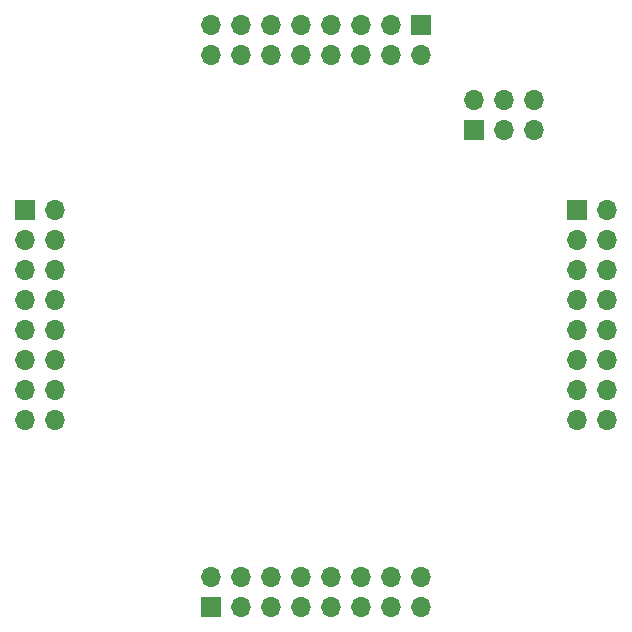
<source format=gbr>
%TF.GenerationSoftware,KiCad,Pcbnew,6.0.11+dfsg-1~bpo11+1*%
%TF.CreationDate,2023-04-06T12:14:25+02:00*%
%TF.ProjectId,avert_10,61766572-745f-4313-902e-6b696361645f,1.0*%
%TF.SameCoordinates,Original*%
%TF.FileFunction,Soldermask,Bot*%
%TF.FilePolarity,Negative*%
%FSLAX46Y46*%
G04 Gerber Fmt 4.6, Leading zero omitted, Abs format (unit mm)*
G04 Created by KiCad (PCBNEW 6.0.11+dfsg-1~bpo11+1) date 2023-04-06 12:14:25*
%MOMM*%
%LPD*%
G01*
G04 APERTURE LIST*
%ADD10R,1.700000X1.700000*%
%ADD11O,1.700000X1.700000*%
G04 APERTURE END LIST*
D10*
%TO.C,J2*%
X134125000Y-123175000D03*
D11*
X134125000Y-120635000D03*
X136665000Y-123175000D03*
X136665000Y-120635000D03*
X139205000Y-123175000D03*
X139205000Y-120635000D03*
X141745000Y-123175000D03*
X141745000Y-120635000D03*
X144285000Y-123175000D03*
X144285000Y-120635000D03*
X146825000Y-123175000D03*
X146825000Y-120635000D03*
X149365000Y-123175000D03*
X149365000Y-120635000D03*
X151905000Y-123175000D03*
X151905000Y-120635000D03*
%TD*%
D10*
%TO.C,J5*%
X156375000Y-82785000D03*
D11*
X156375000Y-80245000D03*
X158915000Y-82785000D03*
X158915000Y-80245000D03*
X161455000Y-82785000D03*
X161455000Y-80245000D03*
%TD*%
D10*
%TO.C,J3*%
X165100000Y-89600000D03*
D11*
X167640000Y-89600000D03*
X165100000Y-92140000D03*
X167640000Y-92140000D03*
X165100000Y-94680000D03*
X167640000Y-94680000D03*
X165100000Y-97220000D03*
X167640000Y-97220000D03*
X165100000Y-99760000D03*
X167640000Y-99760000D03*
X165100000Y-102300000D03*
X167640000Y-102300000D03*
X165100000Y-104840000D03*
X167640000Y-104840000D03*
X165100000Y-107380000D03*
X167640000Y-107380000D03*
%TD*%
D10*
%TO.C,J1*%
X151920000Y-73900000D03*
D11*
X151920000Y-76440000D03*
X149380000Y-73900000D03*
X149380000Y-76440000D03*
X146840000Y-73900000D03*
X146840000Y-76440000D03*
X144300000Y-73900000D03*
X144300000Y-76440000D03*
X141760000Y-73900000D03*
X141760000Y-76440000D03*
X139220000Y-73900000D03*
X139220000Y-76440000D03*
X136680000Y-73900000D03*
X136680000Y-76440000D03*
X134140000Y-73900000D03*
X134140000Y-76440000D03*
%TD*%
D10*
%TO.C,J4*%
X118400000Y-89600000D03*
D11*
X120940000Y-89600000D03*
X118400000Y-92140000D03*
X120940000Y-92140000D03*
X118400000Y-94680000D03*
X120940000Y-94680000D03*
X118400000Y-97220000D03*
X120940000Y-97220000D03*
X118400000Y-99760000D03*
X120940000Y-99760000D03*
X118400000Y-102300000D03*
X120940000Y-102300000D03*
X118400000Y-104840000D03*
X120940000Y-104840000D03*
X118400000Y-107380000D03*
X120940000Y-107380000D03*
%TD*%
M02*

</source>
